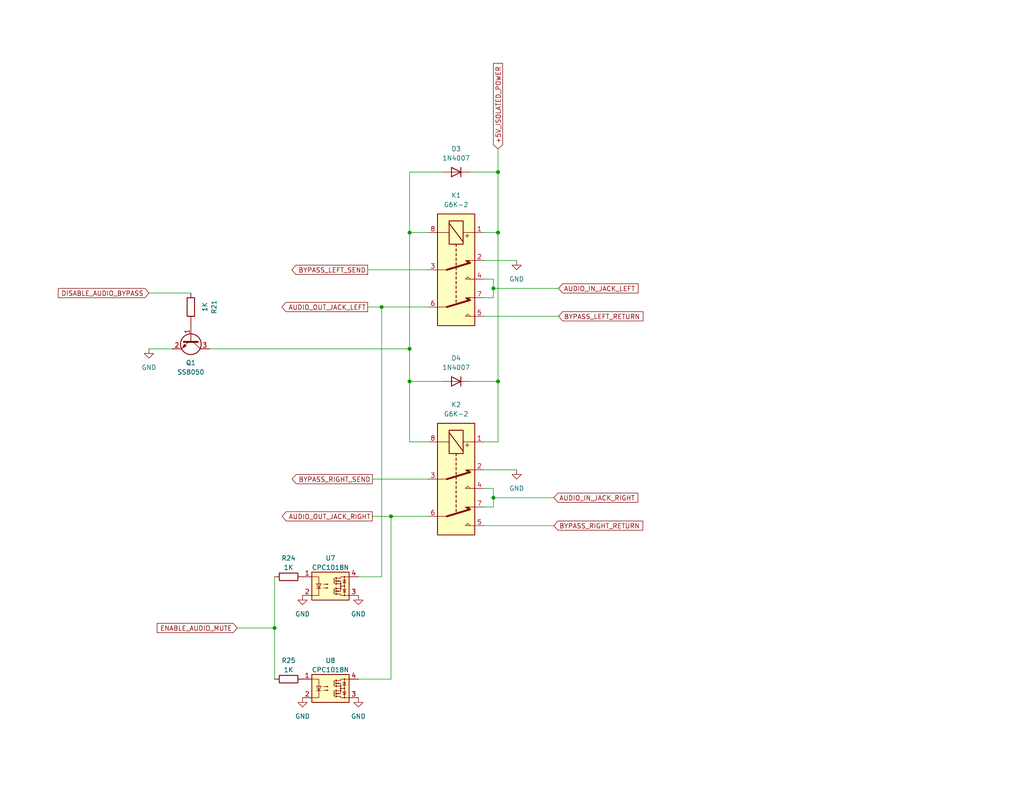
<source format=kicad_sch>
(kicad_sch (version 20230121) (generator eeschema)
  (paper "USLetter")
  (title_block (title "Daisy Seed Guitar Pedal 1590B SMD") (date "2023-11-03") (rev "2") (company "Made by Keith Shepherd (kshep@mac.com)"))
  (lib_symbols
    (symbol "Device:Q_NPN_BEC" (pin_names (offset 0) hide)
      (property "Reference" "Q" (at 5.08 1.27 0))
      (property "Value" "Q_NPN_BEC" (at 5.08 -1.27 0))
      (symbol "Q_NPN_BEC_0_1"
        (polyline (pts (xy 0.635 0.635) (xy 2.54 2.54)))
        (polyline (pts (xy 0.635 -0.635) (xy 2.54 -2.54) (xy 2.54 -2.54)))
        (polyline (pts (xy 0.635 1.905) (xy 0.635 -1.905) (xy 0.635 -1.905)) (stroke (width 0.508)))
        (polyline (pts (xy 1.27 -1.778) (xy 1.778 -1.27) (xy 2.286 -2.286) (xy 1.27 -1.778) (xy 1.27 -1.778)) (fill (type outline)))
        (circle (center 1.27 0) (radius 2.8194) (stroke (width 0.254)))
      )
      (symbol "Q_NPN_BEC_1_1"
        (pin input line (at -5.08 0 0) (length 5.715) (name "B") (number "1"))
        (pin passive line (at 2.54 -5.08 90) (length 2.54) (name "E") (number "2"))
        (pin passive line (at 2.54 5.08 270) (length 2.54) (name "C") (number "3"))
      )
    )
    (symbol "Device:R" (pin_numbers hide) (pin_names (offset 0))
      (property "Reference" "R" (at 2.032 0 90))
      (property "Value" "R" (at 0 0 90))
      (symbol "R_0_1"
        (rectangle (start -1.016 -2.54) (end 1.016 2.54) (stroke (width 0.254)))
      )
      (symbol "R_1_1"
        (pin passive line (at 0 3.81 270) (length 1.27) (name "~") (number "1"))
        (pin passive line (at 0 -3.81 90) (length 1.27) (name "~") (number "2"))
      )
    )
    (symbol "Diode:1N4007" (pin_numbers hide) (pin_names hide)
      (property "Reference" "D" (at 0 2.54 0))
      (property "Value" "1N4007" (at 0 -2.54 0))
      (symbol "1N4007_0_1"
        (polyline (pts (xy -1.27 1.27) (xy -1.27 -1.27)) (stroke (width 0.254)))
        (polyline (pts (xy 1.27 0) (xy -1.27 0)))
        (polyline (pts (xy 1.27 1.27) (xy 1.27 -1.27) (xy -1.27 0) (xy 1.27 1.27)) (stroke (width 0.254)))
      )
      (symbol "1N4007_1_1"
        (pin passive line (at -3.81 0 0) (length 2.54) (name "K") (number "1"))
        (pin passive line (at 3.81 0 180) (length 2.54) (name "A") (number "2"))
      )
    )
    (symbol "Relay:G6K-2"
      (property "Reference" "K" (at 16.51 3.81 0))
      (property "Value" "G6K-2" (at 16.51 1.27 0))
      (symbol "G6K-2_0_0"
        (text "+" (at -9.271 2.921 0) (effects (font (size 1.27 1.27))))
      )
      (symbol "G6K-2_0_1"
        (rectangle (start -15.24 5.08) (end 15.24 -5.08) (stroke (width 0.254)) (fill (type background)))
        (rectangle (start -13.335 1.905) (end -6.985 -1.905) (stroke (width 0.254)))
        (polyline (pts (xy -12.7 -1.905) (xy -7.62 1.905)) (stroke (width 0.254)))
        (polyline (pts (xy -10.16 -5.08) (xy -10.16 -1.905)))
        (polyline (pts (xy -10.16 5.08) (xy -10.16 1.905)))
        (polyline (pts (xy -6.985 0) (xy -6.35 0)) (stroke (width 0.254)))
        (polyline (pts (xy -5.715 0) (xy -5.08 0)) (stroke (width 0.254)))
        (polyline (pts (xy -4.445 0) (xy -3.81 0)) (stroke (width 0.254)))
        (polyline (pts (xy -3.175 0) (xy -2.54 0)) (stroke (width 0.254)))
        (polyline (pts (xy -1.905 0) (xy -1.27 0)) (stroke (width 0.254)))
        (polyline (pts (xy -0.635 0) (xy 0 0)) (stroke (width 0.254)))
        (polyline (pts (xy 0 -2.54) (xy -1.905 3.81)) (stroke (width 0.508)))
        (polyline (pts (xy 0 -2.54) (xy 0 -5.08)))
        (polyline (pts (xy 0.635 0) (xy 1.27 0)) (stroke (width 0.254)))
        (polyline (pts (xy 1.905 0) (xy 2.54 0)) (stroke (width 0.254)))
        (polyline (pts (xy 3.175 0) (xy 3.81 0)) (stroke (width 0.254)))
        (polyline (pts (xy 4.445 0) (xy 5.08 0)) (stroke (width 0.254)))
        (polyline (pts (xy 5.715 0) (xy 6.35 0)) (stroke (width 0.254)))
        (polyline (pts (xy 6.985 0) (xy 7.62 0)) (stroke (width 0.254)))
        (polyline (pts (xy 8.255 0) (xy 8.89 0)) (stroke (width 0.254)))
        (polyline (pts (xy 10.16 -2.54) (xy 8.255 3.81)) (stroke (width 0.508)))
        (polyline (pts (xy 10.16 -2.54) (xy 10.16 -5.08)))
        (polyline (pts (xy -2.54 5.08) (xy -2.54 2.54) (xy -1.905 3.175) (xy -2.54 3.81)) (fill (type outline)))
        (polyline (pts (xy 2.54 5.08) (xy 2.54 2.54) (xy 1.905 3.175) (xy 2.54 3.81)))
        (polyline (pts (xy 7.62 5.08) (xy 7.62 2.54) (xy 8.255 3.175) (xy 7.62 3.81)) (fill (type outline)))
        (polyline (pts (xy 12.7 5.08) (xy 12.7 2.54) (xy 12.065 3.175) (xy 12.7 3.81)))
      )
      (symbol "G6K-2_1_1"
        (pin passive line (at -10.16 7.62 270) (length 2.54) (name "~") (number "1"))
        (pin passive line (at -2.54 7.62 270) (length 2.54) (name "~") (number "2"))
        (pin passive line (at 0 -7.62 90) (length 2.54) (name "~") (number "3"))
        (pin passive line (at 2.54 7.62 270) (length 2.54) (name "~") (number "4"))
        (pin passive line (at 12.7 7.62 270) (length 2.54) (name "~") (number "5"))
        (pin passive line (at 10.16 -7.62 90) (length 2.54) (name "~") (number "6"))
        (pin passive line (at 7.62 7.62 270) (length 2.54) (name "~") (number "7"))
        (pin passive line (at -10.16 -7.62 90) (length 2.54) (name "~") (number "8"))
      )
    )
    (symbol "Relay_SolidState:CPC1017N"
      (property "Reference" "U" (at -5.08 5.08 0))
      (property "Value" "CPC1017N" (at 0 5.08 0))
      (symbol "CPC1017N_0_1"
        (rectangle (start -5.08 3.81) (end 5.08 -3.81) (stroke (width 0.254)) (fill (type background)))
        (polyline (pts (xy -3.81 -0.635) (xy -2.54 -0.635)))
        (polyline (pts (xy 1.016 -0.635) (xy 1.016 -2.159)) (stroke (width 0.2032)))
        (polyline (pts (xy 1.016 2.159) (xy 1.016 0.635)) (stroke (width 0.2032)))
        (polyline (pts (xy 1.524 -0.508) (xy 1.524 -0.762)) (stroke (width 0.3556)))
        (polyline (pts (xy 2.794 0) (xy 3.81 0)))
        (polyline (pts (xy 3.429 -1.651) (xy 4.191 -1.651)))
        (polyline (pts (xy 3.429 1.651) (xy 4.191 1.651)))
        (polyline (pts (xy 3.81 -2.54) (xy 3.81 2.54)))
        (polyline (pts (xy 1.524 -2.032) (xy 1.524 -2.286) (xy 1.524 -2.286)) (stroke (width 0.3556)))
        (polyline (pts (xy 1.524 -1.27) (xy 1.524 -1.524) (xy 1.524 -1.524)) (stroke (width 0.3556)))
        (polyline (pts (xy 1.524 0.762) (xy 1.524 0.508) (xy 1.524 0.508)) (stroke (width 0.3556)))
        (polyline (pts (xy 1.524 1.524) (xy 1.524 1.27) (xy 1.524 1.27)) (stroke (width 0.3556)))
        (polyline (pts (xy 1.524 2.286) (xy 1.524 2.032) (xy 1.524 2.032)) (stroke (width 0.3556)))
        (polyline (pts (xy 1.651 -1.397) (xy 2.794 -1.397) (xy 2.794 -0.635)))
        (polyline (pts (xy 1.651 1.397) (xy 2.794 1.397) (xy 2.794 0.635)))
        (polyline (pts (xy -5.08 2.54) (xy -3.175 2.54) (xy -3.175 -2.54) (xy -5.08 -2.54)))
        (polyline (pts (xy -3.175 -0.635) (xy -3.81 0.635) (xy -2.54 0.635) (xy -3.175 -0.635)))
        (polyline (pts (xy 1.651 -2.159) (xy 2.794 -2.159) (xy 2.794 -2.54) (xy 5.08 -2.54)))
        (polyline (pts (xy 1.651 -0.635) (xy 2.794 -0.635) (xy 2.794 0.635) (xy 1.651 0.635)))
        (polyline (pts (xy 1.651 2.159) (xy 2.794 2.159) (xy 2.794 2.54) (xy 5.08 2.54)))
        (polyline (pts (xy 1.778 -1.397) (xy 2.286 -1.27) (xy 2.286 -1.524) (xy 1.778 -1.397)))
        (polyline (pts (xy 1.778 1.397) (xy 2.286 1.524) (xy 2.286 1.27) (xy 1.778 1.397)))
        (polyline (pts (xy 3.81 -1.651) (xy 3.429 -0.889) (xy 4.191 -0.889) (xy 3.81 -1.651)))
        (polyline (pts (xy 3.81 1.651) (xy 3.429 0.889) (xy 4.191 0.889) (xy 3.81 1.651)))
        (polyline (pts (xy -1.905 -0.508) (xy -0.635 -0.508) (xy -1.016 -0.635) (xy -1.016 -0.381) (xy -0.635 -0.508)))
        (polyline (pts (xy -1.905 0.508) (xy -0.635 0.508) (xy -1.016 0.381) (xy -1.016 0.635) (xy -0.635 0.508)))
        (circle (center 2.794 -0.635) (radius 0.127))
        (circle (center 2.794 0) (radius 0.127))
        (circle (center 2.794 0.635) (radius 0.127))
        (circle (center 3.81 -2.54) (radius 0.127))
        (circle (center 3.81 0) (radius 0.127))
        (circle (center 3.81 2.54) (radius 0.127))
      )
      (symbol "CPC1017N_1_1"
        (pin passive line (at -7.62 2.54 0) (length 2.54) (name "~") (number "1"))
        (pin passive line (at -7.62 -2.54 0) (length 2.54) (name "~") (number "2"))
        (pin passive line (at 7.62 -2.54 180) (length 2.54) (name "~") (number "3"))
        (pin passive line (at 7.62 2.54 180) (length 2.54) (name "~") (number "4"))
      )
    )
    (symbol "power:GND" (power) (pin_names (offset 0))
      (property "Value" "GND" (at 0 -3.81 0))
      (symbol "GND_0_1"
        (polyline (pts (xy 0 0) (xy 0 -1.27) (xy 1.27 -1.27) (xy 0 -2.54) (xy -1.27 -1.27) (xy 0 -1.27)))
      )
      (symbol "GND_1_1"
        (pin power_in line (at 0 0 270) (length 0) hide (name "GND") (number "1"))
      )
    )
  )
  (junction (at 135.89 63.5))
  (junction (at 106.68 140.97))
  (junction (at 134.62 78.74))
  (junction (at 111.76 95.25))
  (junction (at 135.89 104.14))
  (junction (at 111.76 63.5))
  (junction (at 135.89 46.99))
  (junction (at 134.62 135.89))
  (junction (at 111.76 104.14))
  (junction (at 104.14 83.82))
  (junction (at 74.93 171.45))
  (wire (pts (xy 64.77 171.45) (xy 74.93 171.45)))
  (wire (pts (xy 101.6 130.81) (xy 116.84 130.81)))
  (wire (pts (xy 128.27 46.99) (xy 135.89 46.99)))
  (wire (pts (xy 101.6 140.97) (xy 106.68 140.97)))
  (wire (pts (xy 135.89 40.64) (xy 135.89 46.99)))
  (wire (pts (xy 40.64 95.25) (xy 46.99 95.25)))
  (wire (pts (xy 106.68 185.42) (xy 106.68 140.97)))
  (wire (pts (xy 111.76 104.14) (xy 111.76 120.65)))
  (wire (pts (xy 104.14 83.82) (xy 116.84 83.82)))
  (wire (pts (xy 116.84 63.5) (xy 111.76 63.5)))
  (wire (pts (xy 132.08 86.36) (xy 152.4 86.36)))
  (wire (pts (xy 132.08 71.12) (xy 140.97 71.12)))
  (wire (pts (xy 132.08 133.35) (xy 134.62 133.35)))
  (wire (pts (xy 120.65 46.99) (xy 111.76 46.99)))
  (wire (pts (xy 132.08 120.65) (xy 135.89 120.65)))
  (wire (pts (xy 134.62 135.89) (xy 151.13 135.89)))
  (wire (pts (xy 134.62 81.28) (xy 134.62 78.74)))
  (wire (pts (xy 100.33 83.82) (xy 104.14 83.82)))
  (wire (pts (xy 135.89 104.14) (xy 135.89 120.65)))
  (wire (pts (xy 132.08 128.27) (xy 140.97 128.27)))
  (wire (pts (xy 104.14 83.82) (xy 104.14 157.48)))
  (wire (pts (xy 111.76 63.5) (xy 111.76 95.25)))
  (wire (pts (xy 128.27 104.14) (xy 135.89 104.14)))
  (wire (pts (xy 111.76 46.99) (xy 111.76 63.5)))
  (wire (pts (xy 57.15 95.25) (xy 111.76 95.25)))
  (wire (pts (xy 134.62 138.43) (xy 134.62 135.89)))
  (wire (pts (xy 97.79 157.48) (xy 104.14 157.48)))
  (wire (pts (xy 134.62 133.35) (xy 134.62 135.89)))
  (wire (pts (xy 134.62 78.74) (xy 152.4 78.74)))
  (wire (pts (xy 132.08 76.2) (xy 134.62 76.2)))
  (wire (pts (xy 132.08 143.51) (xy 151.13 143.51)))
  (wire (pts (xy 132.08 138.43) (xy 134.62 138.43)))
  (wire (pts (xy 111.76 95.25) (xy 111.76 104.14)))
  (wire (pts (xy 111.76 104.14) (xy 120.65 104.14)))
  (wire (pts (xy 74.93 171.45) (xy 74.93 185.42)))
  (wire (pts (xy 97.79 185.42) (xy 106.68 185.42)))
  (wire (pts (xy 111.76 120.65) (xy 116.84 120.65)))
  (wire (pts (xy 74.93 171.45) (xy 74.93 157.48)))
  (wire (pts (xy 135.89 63.5) (xy 135.89 104.14)))
  (wire (pts (xy 134.62 76.2) (xy 134.62 78.74)))
  (wire (pts (xy 132.08 63.5) (xy 135.89 63.5)))
  (wire (pts (xy 100.33 73.66) (xy 116.84 73.66)))
  (wire (pts (xy 40.64 80.01) (xy 52.07 80.01)))
  (wire (pts (xy 135.89 46.99) (xy 135.89 63.5)))
  (wire (pts (xy 132.08 81.28) (xy 134.62 81.28)))
  (wire (pts (xy 106.68 140.97) (xy 116.84 140.97)))
  (global_label "AUDIO_OUT_JACK_LEFT" (shape output) (at 100.33 83.82 180) (property "Intersheetrefs" "${INTERSHEET_REFS}" (effects hide)))
  (global_label "AUDIO_IN_JACK_RIGHT" (shape input) (at 151.13 135.89 0) (property "Intersheetrefs" "${INTERSHEET_REFS}" (effects hide)))
  (global_label "DISABLE_AUDIO_BYPASS" (shape input) (at 40.64 80.01 180) (property "Intersheetrefs" "${INTERSHEET_REFS}" (effects hide)))
  (global_label "AUDIO_IN_JACK_LEFT" (shape input) (at 152.4 78.74 0) (property "Intersheetrefs" "${INTERSHEET_REFS}" (effects hide)))
  (global_label "BYPASS_RIGHT_RETURN" (shape input) (at 151.13 143.51 0) (property "Intersheetrefs" "${INTERSHEET_REFS}" (effects hide)))
  (global_label "BYPASS_LEFT_RETURN" (shape input) (at 152.4 86.36 0) (property "Intersheetrefs" "${INTERSHEET_REFS}" (effects hide)))
  (global_label "BYPASS_LEFT_SEND" (shape output) (at 100.33 73.66 180) (property "Intersheetrefs" "${INTERSHEET_REFS}" (effects hide)))
  (global_label "ENABLE_AUDIO_MUTE" (shape input) (at 64.77 171.45 180) (property "Intersheetrefs" "${INTERSHEET_REFS}" (effects hide)))
  (global_label "AUDIO_OUT_JACK_RIGHT" (shape output) (at 101.6 140.97 180) (property "Intersheetrefs" "${INTERSHEET_REFS}" (effects hide)))
  (global_label "+5V_ISOLATED_POWER" (shape input) (at 135.89 40.64 90) (property "Intersheetrefs" "${INTERSHEET_REFS}" (effects hide)))
  (global_label "BYPASS_RIGHT_SEND" (shape output) (at 101.6 130.81 180) (property "Intersheetrefs" "${INTERSHEET_REFS}" (effects hide)))
  (symbol (lib_id "Device:R") (at 52.07 83.82 0) (unit 1)
    (property "Reference" "R21" (at 58.42 83.82 90))
    (property "Value" "1K" (at 55.88 83.82 90))
    (property "Footprint" "Resistor_SMD:R_0805_2012Metric" (effects hide))
  )
  (symbol (lib_id "Device:Q_NPN_BEC") (at 52.07 92.71 270) (unit 1)
    (property "Reference" "Q1" (at 52.07 99.06 90))
    (property "Value" "SS8050" (at 52.07 101.6 90))
    (property "Footprint" "Package_TO_SOT_SMD:SOT-23-3" (effects hide))
  )
  (symbol (lib_id "Relay:G6K-2") (at 124.46 73.66 270) (unit 1)
    (property "Reference" "K1" (at 124.46 53.34 90))
    (property "Value" "G6K-2" (at 124.46 55.88 90))
    (property "Footprint" "Relay_SMD:Relay_DPDT_Omron_G6K-2G-Y" (effects hide))
    (property "Datasheet" "http://omronfs.omron.com/en_US/ecb/products/pdf/en-g6k.pdf" (effects hide))
  )
  (symbol (lib_id "power:GND") (at 140.97 128.27 0) (unit 1)
    (property "Reference" "#PWR029" (effects hide))
    (property "Value" "GND" (at 140.97 133.35 0))
  )
  (symbol (lib_id "Relay_SolidState:CPC1017N") (at 90.17 160.02 0) (unit 1)
    (property "Reference" "U7" (at 90.17 152.4 0))
    (property "Value" "CPC1018N" (at 90.17 154.94 0))
    (property "Footprint" "Package_SO:SOP-4_3.8x4.1mm_P2.54mm" (effects hide))
    (property "Datasheet" "http://www.ixysic.com/home/pdfs.nsf/www/CPC1017N.pdf/$file/CPC1018N.pdf" (effects hide))
  )
  (symbol (lib_id "Diode:1N4007") (at 124.46 46.99 180) (unit 1)
    (property "Reference" "D3" (at 124.46 40.64 0))
    (property "Value" "1N4007" (at 124.46 43.18 0))
    (property "Footprint" "Diode_SMD:D_SOD-123F" (effects hide))
    (property "Datasheet" "http://www.vishay.com/docs/88503/1n4001.pdf" (effects hide))
  )
  (symbol (lib_id "power:GND") (at 97.79 162.56 0) (unit 1)
    (property "Reference" "#PWR043" (effects hide))
    (property "Value" "GND" (at 97.79 167.64 0))
  )
  (symbol (lib_id "Device:R") (at 78.74 157.48 90) (unit 1)
    (property "Reference" "R24" (at 78.74 152.4 90))
    (property "Value" "1K" (at 78.74 154.94 90))
    (property "Footprint" "Resistor_SMD:R_0805_2012Metric" (effects hide))
  )
  (symbol (lib_id "power:GND") (at 40.64 95.25 0) (unit 1)
    (property "Reference" "#PWR018" (effects hide))
    (property "Value" "GND" (at 40.64 100.33 0))
  )
  (symbol (lib_id "Relay:G6K-2") (at 124.46 130.81 270) (unit 1)
    (property "Reference" "K2" (at 124.46 110.49 90))
    (property "Value" "G6K-2" (at 124.46 113.03 90))
    (property "Footprint" "Relay_SMD:Relay_DPDT_Omron_G6K-2G-Y" (effects hide))
    (property "Datasheet" "http://omronfs.omron.com/en_US/ecb/products/pdf/en-g6k.pdf" (effects hide))
  )
  (symbol (lib_id "power:GND") (at 82.55 162.56 0) (unit 1)
    (property "Reference" "#PWR041" (effects hide))
    (property "Value" "GND" (at 82.55 167.64 0))
  )
  (symbol (lib_id "Relay_SolidState:CPC1017N") (at 90.17 187.96 0) (unit 1)
    (property "Reference" "U8" (at 90.17 180.34 0))
    (property "Value" "CPC1018N" (at 90.17 182.88 0))
    (property "Footprint" "Package_SO:SOP-4_3.8x4.1mm_P2.54mm" (effects hide))
    (property "Datasheet" "http://www.ixysic.com/home/pdfs.nsf/www/CPC1017N.pdf/$file/CPC1018N.pdf" (effects hide))
  )
  (symbol (lib_id "power:GND") (at 140.97 71.12 0) (unit 1)
    (property "Reference" "#PWR020" (effects hide))
    (property "Value" "GND" (at 140.97 76.2 0))
  )
  (symbol (lib_id "power:GND") (at 97.79 190.5 0) (unit 1)
    (property "Reference" "#PWR044" (effects hide))
    (property "Value" "GND" (at 97.79 195.58 0))
  )
  (symbol (lib_id "power:GND") (at 82.55 190.5 0) (unit 1)
    (property "Reference" "#PWR042" (effects hide))
    (property "Value" "GND" (at 82.55 195.58 0))
  )
  (symbol (lib_id "Device:R") (at 78.74 185.42 90) (unit 1)
    (property "Reference" "R25" (at 78.74 180.34 90))
    (property "Value" "1K" (at 78.74 182.88 90))
    (property "Footprint" "Resistor_SMD:R_0805_2012Metric" (effects hide))
  )
  (symbol (lib_id "Diode:1N4007") (at 124.46 104.14 180) (unit 1)
    (property "Reference" "D4" (at 124.46 97.79 0))
    (property "Value" "1N4007" (at 124.46 100.33 0))
    (property "Footprint" "Diode_SMD:D_SOD-123F" (effects hide))
    (property "Datasheet" "http://www.vishay.com/docs/88503/1n4001.pdf" (effects hide))
  )
)
</source>
